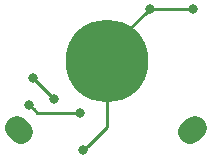
<source format=gbr>
G04 #@! TF.GenerationSoftware,KiCad,Pcbnew,(5.0.2)-1*
G04 #@! TF.CreationDate,2019-07-28T23:18:33+08:00*
G04 #@! TF.ProjectId,DOOR,444f4f52-2e6b-4696-9361-645f70636258,rev?*
G04 #@! TF.SameCoordinates,Original*
G04 #@! TF.FileFunction,Copper,L2,Bot*
G04 #@! TF.FilePolarity,Positive*
%FSLAX46Y46*%
G04 Gerber Fmt 4.6, Leading zero omitted, Abs format (unit mm)*
G04 Created by KiCad (PCBNEW (5.0.2)-1) date 2019-07-28 23:18:33*
%MOMM*%
%LPD*%
G01*
G04 APERTURE LIST*
G04 #@! TA.AperFunction,ComponentPad*
%ADD10C,2.000000*%
G04 #@! TD*
G04 #@! TA.AperFunction,Conductor*
%ADD11C,2.000000*%
G04 #@! TD*
G04 #@! TA.AperFunction,BGAPad,CuDef*
%ADD12C,7.000000*%
G04 #@! TD*
G04 #@! TA.AperFunction,ViaPad*
%ADD13C,0.800000*%
G04 #@! TD*
G04 #@! TA.AperFunction,Conductor*
%ADD14C,0.250000*%
G04 #@! TD*
G04 APERTURE END LIST*
D10*
G04 #@! TO.P,BT1,1*
G04 #@! TO.N,+3V3*
X153055320Y-81153940D03*
D11*
G04 #@! TD*
G04 #@! TO.N,+3V3*
G04 #@! TO.C,BT1*
X153232097Y-80977163D02*
X152878543Y-81330717D01*
D12*
G04 #@! TO.P,BT1,2*
G04 #@! TO.N,GND*
X145800060Y-75294160D03*
D10*
G04 #@! TO.P,BT1,1*
G04 #@! TO.N,+3V3*
X138355320Y-81153940D03*
D11*
G04 #@! TD*
G04 #@! TO.N,+3V3*
G04 #@! TO.C,BT1*
X138532097Y-81330717D02*
X138178543Y-80977163D01*
D13*
G04 #@! TO.N,GND*
X149445980Y-70868540D03*
X153098500Y-70868540D03*
X143812260Y-82885280D03*
G04 #@! TO.N,D2*
X139504420Y-76725780D03*
X141333219Y-78564740D03*
G04 #@! TO.N,A3*
X143484600Y-79679800D03*
X139240260Y-78996540D03*
G04 #@! TD*
D14*
G04 #@! TO.N,GND*
X149445980Y-70868540D02*
X153098500Y-70868540D01*
X145768060Y-74546460D02*
X149445980Y-70868540D01*
X145800060Y-75294160D02*
X145768060Y-75262160D01*
X145768060Y-75262160D02*
X145768060Y-74546460D01*
X145800060Y-80897480D02*
X144212259Y-82485281D01*
X144212259Y-82485281D02*
X143812260Y-82885280D01*
X145800060Y-75294160D02*
X145800060Y-80897480D01*
G04 #@! TO.N,D2*
X139504420Y-76725780D02*
X141333219Y-78554579D01*
X141333219Y-78554579D02*
X141333219Y-78564740D01*
G04 #@! TO.N,A3*
X139640259Y-79396539D02*
X139240260Y-78996540D01*
X139913360Y-79669640D02*
X139640259Y-79396539D01*
X143484600Y-79679800D02*
X143474440Y-79669640D01*
X143474440Y-79669640D02*
X139913360Y-79669640D01*
G04 #@! TD*
M02*

</source>
